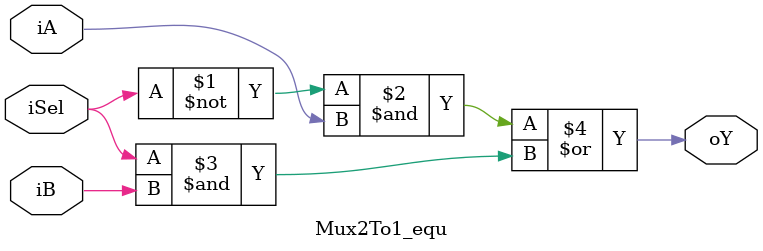
<source format=v>
/*
	2 to 1 Mux
	iSel | oY
	----------
	  0  | iA
	  1  | iB

    +------------+
--->| iA         |
--->| iSel    oY | --->
--->| iB         |
    +------------+
*/
module Mux2To1_equ
(
	input	iA,		// First input
	input	iB,		// Second input
	input	iSel,	// Data selection
	output	oY		// Mux output
);
assign	oY = (~iSel & iA ) | ( iSel & iB );

endmodule

</source>
